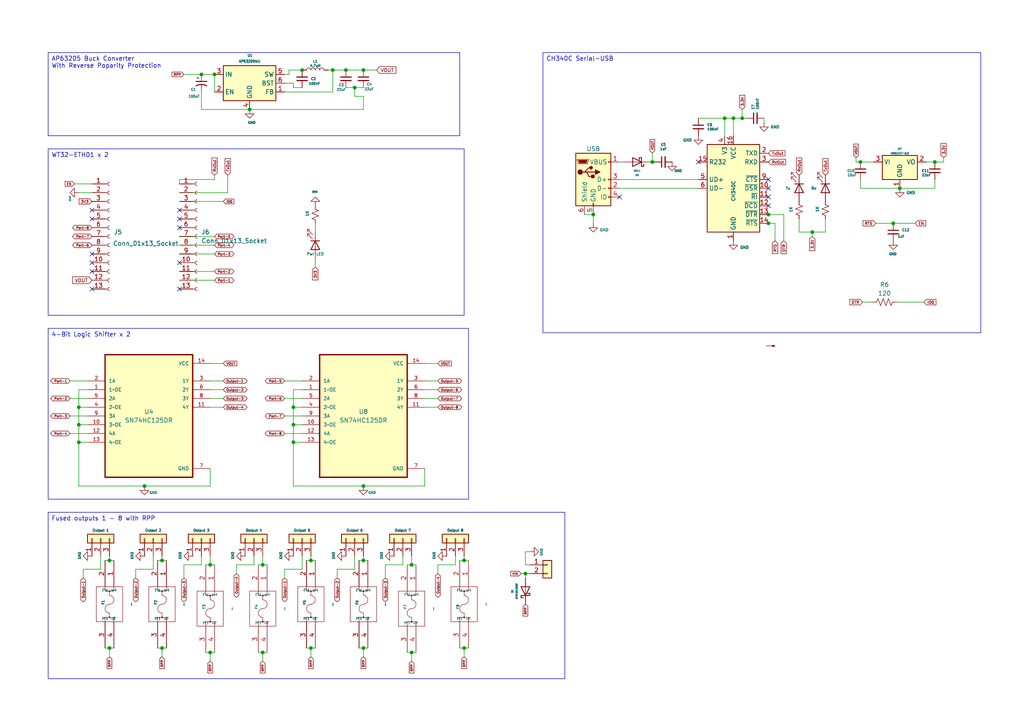
<source format=kicad_sch>
(kicad_sch (version 20231120) (generator "eeschema") (generator_version "8.0")
  (paper "A4")
  (title_block (title "8-Output WT32-ETH01 Combination Board") (date "2023-10-20") (rev "1") (company "Creative xLights"))
  (lib_symbols
    (symbol "Connector:Conn_01x13_Socket" (pin_names (offset 1.016) hide)
      (property "Reference" "J" (at 0 17.78 0))
      (property "Value" "Conn_01x13_Socket" (at 0 -17.78 0))
      (symbol "Conn_01x13_Socket_1_1"
        (pin passive line (at -5.08 15.24 0) (length 3.81) (name "Pin_1") (number "1"))
        (pin passive line (at -5.08 -7.62 0) (length 3.81) (name "Pin_10") (number "10"))
        (pin passive line (at -5.08 -10.16 0) (length 3.81) (name "Pin_11") (number "11"))
        (pin passive line (at -5.08 -12.7 0) (length 3.81) (name "Pin_12") (number "12"))
        (pin passive line (at -5.08 -15.24 0) (length 3.81) (name "Pin_13") (number "13"))
        (pin passive line (at -5.08 12.7 0) (length 3.81) (name "Pin_2") (number "2"))
        (pin passive line (at -5.08 10.16 0) (length 3.81) (name "Pin_3") (number "3"))
        (pin passive line (at -5.08 7.62 0) (length 3.81) (name "Pin_4") (number "4"))
        (pin passive line (at -5.08 5.08 0) (length 3.81) (name "Pin_5") (number "5"))
        (pin passive line (at -5.08 2.54 0) (length 3.81) (name "Pin_6") (number "6"))
        (pin passive line (at -5.08 0 0) (length 3.81) (name "Pin_7") (number "7"))
        (pin passive line (at -5.08 -2.54 0) (length 3.81) (name "Pin_8") (number "8"))
        (pin passive line (at -5.08 -5.08 0) (length 3.81) (name "Pin_9") (number "9"))
      )
    )
    (symbol "Connector:USB_B_Micro" (pin_names (offset 1.016))
      (property "Reference" "J" (at -5.08 11.43 0))
      (property "Value" "USB_B_Micro" (at -5.08 8.89 0))
      (symbol "USB_B_Micro_1_1"
        (pin power_out line (at 7.62 5.08 180) (length 2.54) (name "VBUS") (number "1"))
        (pin bidirectional line (at 7.62 -2.54 180) (length 2.54) (name "D-") (number "2"))
        (pin bidirectional line (at 7.62 0 180) (length 2.54) (name "D+") (number "3"))
        (pin passive line (at 7.62 -5.08 180) (length 2.54) (name "ID") (number "4"))
        (pin power_out line (at 0 -10.16 90) (length 2.54) (name "GND") (number "5"))
        (pin passive line (at -2.54 -10.16 90) (length 2.54) (name "Shield") (number "6"))
      )
    )
    (symbol "Connector_Generic:Conn_01x02" (pin_names (offset 1.016) hide)
      (property "Reference" "J" (at 0 2.54 0))
      (property "Value" "Conn_01x02" (at 0 -5.08 0))
      (symbol "Conn_01x02_1_1"
        (pin passive line (at -5.08 0 0) (length 3.81) (name "Pin_1") (number "1"))
        (pin passive line (at -5.08 -2.54 0) (length 3.81) (name "Pin_2") (number "2"))
      )
    )
    (symbol "Connector_Generic:Conn_01x03" (pin_names (offset 1.016) hide)
      (property "Reference" "J" (at 0 5.08 0))
      (property "Value" "Conn_01x03" (at 0 -5.08 0))
      (symbol "Conn_01x03_1_1"
        (pin passive line (at -5.08 2.54 0) (length 3.81) (name "Pin_1") (number "1"))
        (pin passive line (at -5.08 0 0) (length 3.81) (name "Pin_2") (number "2"))
        (pin passive line (at -5.08 -2.54 0) (length 3.81) (name "Pin_3") (number "3"))
      )
    )
    (symbol "Device:C_Polarized_Small_US" (pin_numbers hide) (pin_names (offset 0.254) hide)
      (property "Reference" "C" (at 0.254 1.778 0))
      (property "Value" "C_Polarized_Small_US" (at 0.254 -2.032 0))
      (symbol "C_Polarized_Small_US_1_1"
        (pin passive line (at 0 2.54 270) (length 2.032) (name "~") (number "1"))
        (pin passive line (at 0 -2.54 90) (length 2.032) (name "~") (number "2"))
      )
    )
    (symbol "Device:C_Small" (pin_numbers hide) (pin_names (offset 0.254) hide)
      (property "Reference" "C" (at 0.254 1.778 0))
      (property "Value" "C_Small" (at 0.254 -2.032 0))
      (symbol "C_Small_1_1"
        (pin passive line (at 0 2.54 270) (length 2.032) (name "~") (number "1"))
        (pin passive line (at 0 -2.54 90) (length 2.032) (name "~") (number "2"))
      )
    )
    (symbol "Device:L" (pin_numbers hide) (pin_names (offset 1.016) hide)
      (property "Reference" "L" (at -1.27 0 90))
      (property "Value" "L" (at 1.905 0 90))
      (symbol "L_1_1"
        (pin passive line (at 0 3.81 270) (length 1.27) (name "1") (number "1"))
        (pin passive line (at 0 -3.81 90) (length 1.27) (name "2") (number "2"))
      )
    )
    (symbol "Device:LED" (pin_numbers hide) (pin_names (offset 1.016) hide)
      (property "Reference" "D" (at 0 2.54 0))
      (property "Value" "LED" (at 0 -2.54 0))
      (symbol "LED_1_1"
        (pin passive line (at -3.81 0 0) (length 2.54) (name "K") (number "1"))
        (pin passive line (at 3.81 0 180) (length 2.54) (name "A") (number "2"))
      )
    )
    (symbol "Device:R_Small_US" (pin_numbers hide) (pin_names (offset 0.254) hide)
      (property "Reference" "R" (at 0.762 0.508 0))
      (property "Value" "R_Small_US" (at 0.762 -1.016 0))
      (symbol "R_Small_US_1_1"
        (pin passive line (at 0 2.54 270) (length 1.016) (name "~") (number "1"))
        (pin passive line (at 0 -2.54 90) (length 1.016) (name "~") (number "2"))
      )
    )
    (symbol "Device:R_US" (pin_numbers hide) (pin_names (offset 0))
      (property "Reference" "R" (at 2.54 0 90))
      (property "Value" "R_US" (at -2.54 0 90))
      (symbol "R_US_1_1"
        (pin passive line (at 0 3.81 270) (length 1.27) (name "~") (number "1"))
        (pin passive line (at 0 -3.81 90) (length 1.27) (name "~") (number "2"))
      )
    )
    (symbol "Diode:1N5711UR" (pin_numbers hide) (pin_names (offset 1.016) hide)
      (property "Reference" "D" (at 0 2.54 0))
      (property "Value" "1N5711UR" (at 0 -2.54 0))
      (symbol "1N5711UR_1_1"
        (pin passive line (at -3.81 0 0) (length 2.54) (name "K") (number "1"))
        (pin passive line (at 3.81 0 180) (length 2.54) (name "A") (number "2"))
      )
    )
    (symbol "Graphic:SYM_Arrow_Tiny" (in_bom no) (on_board no))
    (symbol "Interface_USB:CH340C"
      (property "Reference" "U" (at -5.08 13.97 0))
      (property "Value" "CH340C" (at 1.27 13.97 0))
      (symbol "CH340C_1_1"
        (pin power_in line (at 0 -15.24 90) (length 2.54) (name "GND") (number "1"))
        (pin input line (at 10.16 0 180) (length 2.54) (name "~{DSR}") (number "10"))
        (pin input line (at 10.16 -2.54 180) (length 2.54) (name "~{RI}") (number "11"))
        (pin input line (at 10.16 -5.08 180) (length 2.54) (name "~{DCD}") (number "12"))
        (pin output line (at 10.16 -7.62 180) (length 2.54) (name "~{DTR}") (number "13"))
        (pin output line (at 10.16 -10.16 180) (length 2.54) (name "~{RTS}") (number "14"))
        (pin input line (at -10.16 7.62 0) (length 2.54) (name "R232") (number "15"))
        (pin power_in line (at 0 15.24 270) (length 2.54) (name "VCC") (number "16"))
        (pin output line (at 10.16 10.16 180) (length 2.54) (name "TXD") (number "2"))
        (pin input line (at 10.16 7.62 180) (length 2.54) (name "RXD") (number "3"))
        (pin passive line (at -2.54 15.24 270) (length 2.54) (name "V3") (number "4"))
        (pin bidirectional line (at -10.16 2.54 0) (length 2.54) (name "UD+") (number "5"))
        (pin bidirectional line (at -10.16 0 0) (length 2.54) (name "UD-") (number "6"))
        (pin no_connect line (at -7.62 -7.62 0) (length 2.54) hide (name "NC") (number "7"))
        (pin no_connect line (at -7.62 -10.16 0) (length 2.54) hide (name "NC") (number "8"))
        (pin input line (at 10.16 2.54 180) (length 2.54) (name "~{CTS}") (number "9"))
      )
    )
    (symbol "Regulator_Linear:AMS1117-3.3"
      (property "Reference" "U" (at -3.81 3.175 0))
      (property "Value" "AMS1117-3.3" (at 0 3.175 0))
      (symbol "AMS1117-3.3_1_1"
        (pin power_in line (at 0 -7.62 90) (length 2.54) (name "GND") (number "1"))
        (pin power_out line (at 7.62 0 180) (length 2.54) (name "VO") (number "2"))
        (pin power_in line (at -7.62 0 0) (length 2.54) (name "VI") (number "3"))
      )
    )
    (symbol "Regulator_Switching:AP63205WU"
      (property "Reference" "U" (at -7.62 6.35 0))
      (property "Value" "AP63205WU" (at 2.54 6.35 0))
      (symbol "AP63205WU_1_1"
        (pin input line (at 10.16 -2.54 180) (length 2.54) (name "FB") (number "1"))
        (pin input line (at -10.16 -2.54 0) (length 2.54) (name "EN") (number "2"))
        (pin power_in line (at -10.16 2.54 0) (length 2.54) (name "IN") (number "3"))
        (pin power_in line (at 0 -7.62 90) (length 2.54) (name "GND") (number "4"))
        (pin output line (at 10.16 2.54 180) (length 2.54) (name "SW") (number "5"))
        (pin passive line (at 10.16 0 180) (length 2.54) (name "BST") (number "6"))
      )
    )
    (symbol "SN74HC125DR:SN74HC125DR" (pin_names (offset 1.016))
      (property "Reference" "U" (at -12.7 18.78 0))
      (property "Value" "SN74HC125DR" (at -12.7 -21.78 0))
      (symbol "SN74HC125DR_0_0"
        (pin input line (at -17.78 7.62 0) (length 5.08) (name "1~OE") (number "1"))
        (pin input line (at -17.78 -2.54 0) (length 5.08) (name "3~OE") (number "10"))
        (pin output line (at 17.78 2.54 180) (length 5.08) (name "4Y") (number "11"))
        (pin input line (at -17.78 -5.08 0) (length 5.08) (name "4A") (number "12"))
        (pin input line (at -17.78 -7.62 0) (length 5.08) (name "4~OE") (number "13"))
        (pin power_in line (at 17.78 15.24 180) (length 5.08) (name "VCC") (number "14"))
        (pin input line (at -17.78 10.16 0) (length 5.08) (name "1A") (number "2"))
        (pin output line (at 17.78 10.16 180) (length 5.08) (name "1Y") (number "3"))
        (pin input line (at -17.78 2.54 0) (length 5.08) (name "2~OE") (number "4"))
        (pin input line (at -17.78 5.08 0) (length 5.08) (name "2A") (number "5"))
        (pin output line (at 17.78 7.62 180) (length 5.08) (name "2Y") (number "6"))
        (pin power_in line (at 17.78 -15.24 180) (length 5.08) (name "GND") (number "7"))
        (pin output line (at 17.78 5.08 180) (length 5.08) (name "3Y") (number "8"))
        (pin input line (at -17.78 0 0) (length 5.08) (name "3A") (number "9"))
      )
    )
    (symbol "WT32-ETH-Fuse-Symb:MCCQ-122" (pin_names (offset 0.254))
      (property "Reference" "F" (at 12.7 7.62 0))
      (property "Value" "MCCQ-122" (at 12.7 5.08 0))
      (symbol "MCCQ-122_0_1"
        (pin unspecified line (at 0 0 0) (length 7.62) (name "1") (number "1"))
        (pin unspecified line (at 0 -2.54 0) (length 7.62) (name "2") (number "2"))
        (pin unspecified line (at 25.4 -2.54 180) (length 7.62) (name "3") (number "3"))
        (pin unspecified line (at 25.4 0 180) (length 7.62) (name "4") (number "4"))
      )
    )
    (symbol "power:GND" (power) (pin_names (offset 0))
      (property "Value" "GND" (at 0 -3.81 0))
      (symbol "GND_1_1"
        (pin power_in line (at 0 0 270) (length 0) hide (name "GND") (number "1"))
      )
    )
  )
  (junction (at 60.96 163.83))
  (junction (at 235.585 67.31))
  (junction (at 31.75 187.96))
  (junction (at 259.08 64.77))
  (junction (at 60.96 189.23))
  (junction (at 22.86 123.19))
  (junction (at 210.185 34.29))
  (junction (at 105.41 162.56))
  (junction (at 222.885 64.77))
  (junction (at 22.86 118.11))
  (junction (at 90.17 187.96))
  (junction (at 105.41 20.32))
  (junction (at 152.4 166.37))
  (junction (at 31.75 162.56))
  (junction (at 96.52 20.32))
  (junction (at 72.39 31.75))
  (junction (at 76.2 163.83))
  (junction (at 189.2035 46.99))
  (junction (at 46.99 162.56))
  (junction (at 62.23 21.59))
  (junction (at 85.09 128.27))
  (junction (at 249.555 46.99))
  (junction (at 46.99 187.96))
  (junction (at 172.085 62.23))
  (junction (at 85.09 118.11))
  (junction (at 105.41 187.96))
  (junction (at 85.09 123.19))
  (junction (at 41.91 140.97))
  (junction (at 58.42 21.59))
  (junction (at 134.62 187.96))
  (junction (at 90.17 162.56))
  (junction (at 212.725 34.29))
  (junction (at 222.885 62.23))
  (junction (at 87.63 20.32))
  (junction (at 76.2 189.23))
  (junction (at 215.265 34.29))
  (junction (at 102.87 25.4))
  (junction (at 260.985 54.61))
  (junction (at 105.41 140.97))
  (junction (at 119.38 163.83))
  (junction (at 22.86 128.27))
  (junction (at 119.38 189.23))
  (junction (at 100.33 20.32))
  (junction (at 134.62 162.56))
  (junction (at 271.145 46.99))
  (no_connect (at 26.67 63.5))
  (no_connect (at 26.67 73.66))
  (no_connect (at 52.07 66.04))
  (no_connect (at 52.07 76.2))
  (no_connect (at 179.705 57.15))
  (no_connect (at 26.67 76.2))
  (no_connect (at 202.565 46.99))
  (no_connect (at 222.885 57.15))
  (no_connect (at 52.07 83.82))
  (no_connect (at 52.07 63.5))
  (no_connect (at 26.67 60.96))
  (no_connect (at 222.885 54.61))
  (no_connect (at 26.67 83.82))
  (no_connect (at 222.885 52.07))
  (no_connect (at 52.07 60.96))
  (no_connect (at 26.67 78.74))
  (no_connect (at 222.885 59.69))
  (wire (pts (xy 82.55 24.13) (xy 85.09 24.13)))
  (wire (pts (xy 123.19 113.03) (xy 127 113.03)))
  (wire (pts (xy 85.09 24.13) (xy 85.09 25.4)))
  (wire (pts (xy 104.14 162.56) (xy 105.41 162.56)))
  (wire (pts (xy 45.72 187.96) (xy 46.99 187.96)))
  (wire (pts (xy 87.63 161.29) (xy 87.63 165.1)))
  (wire (pts (xy 39.37 165.1) (xy 39.37 167.64)))
  (wire (pts (xy 91.44 74.93) (xy 91.44 77.47)))
  (wire (pts (xy 85.09 118.11) (xy 85.09 123.19)))
  (wire (pts (xy 82.55 165.1) (xy 82.55 167.64)))
  (wire (pts (xy 90.17 187.96) (xy 90.17 190.5)))
  (wire (pts (xy 104.14 187.96) (xy 105.41 187.96)))
  (wire (pts (xy 179.705 46.99) (xy 180.975 46.99)))
  (wire (pts (xy 90.17 161.29) (xy 90.17 162.56)))
  (wire (pts (xy 22.86 123.19) (xy 25.4 123.19)))
  (wire (pts (xy 222.885 62.23) (xy 227.33 62.23)))
  (wire (pts (xy 134.62 162.56) (xy 135.89 162.56)))
  (wire (pts (xy 172.085 62.23) (xy 169.545 62.23)))
  (wire (pts (xy 123.19 105.41) (xy 127 105.41)))
  (wire (pts (xy 76.2 189.23) (xy 76.2 191.77)))
  (wire (pts (xy 60.96 110.49) (xy 64.77 110.49)))
  (wire (pts (xy 260.35 87.63) (xy 267.97 87.63)))
  (wire (pts (xy 221.615 34.29) (xy 221.615 35.56)))
  (wire (pts (xy 134.62 187.96) (xy 135.89 187.96)))
  (wire (pts (xy 105.41 187.96) (xy 105.41 190.5)))
  (wire (pts (xy 102.87 25.4) (xy 105.41 25.4)))
  (wire (pts (xy 87.63 165.1) (xy 82.55 165.1)))
  (wire (pts (xy 85.09 123.19) (xy 87.63 123.19)))
  (wire (pts (xy 46.99 187.96) (xy 46.99 190.5)))
  (wire (pts (xy 60.96 135.89) (xy 60.96 140.97)))
  (wire (pts (xy 102.87 165.1) (xy 97.79 165.1)))
  (wire (pts (xy 52.07 55.88) (xy 66.04 55.88)))
  (wire (pts (xy 53.34 163.83) (xy 53.34 167.64)))
  (wire (pts (xy 105.41 20.32) (xy 109.22 20.32)))
  (wire (pts (xy 210.185 34.29) (xy 210.185 39.37)))
  (wire (pts (xy 52.07 81.28) (xy 62.23 81.28)))
  (wire (pts (xy 179.705 52.07) (xy 202.565 52.07)))
  (wire (pts (xy 118.11 189.23) (xy 119.38 189.23)))
  (wire (pts (xy 123.19 135.89) (xy 123.19 140.97)))
  (wire (pts (xy 26.67 55.88) (xy 22.86 55.88)))
  (wire (pts (xy 105.41 162.56) (xy 106.68 162.56)))
  (wire (pts (xy 215.265 34.29) (xy 216.535 34.29)))
  (wire (pts (xy 82.55 115.57) (xy 87.63 115.57)))
  (wire (pts (xy 66.04 50.8) (xy 66.04 55.88)))
  (wire (pts (xy 96.52 20.32) (xy 100.33 20.32)))
  (wire (pts (xy 235.585 67.31) (xy 235.585 68.58)))
  (wire (pts (xy 105.41 161.29) (xy 105.41 162.56)))
  (wire (pts (xy 249.555 46.99) (xy 253.365 46.99)))
  (wire (pts (xy 82.55 125.73) (xy 87.63 125.73)))
  (wire (pts (xy 60.96 118.11) (xy 64.77 118.11)))
  (wire (pts (xy 53.34 21.59) (xy 58.42 21.59)))
  (wire (pts (xy 212.725 39.37) (xy 212.725 34.29)))
  (wire (pts (xy 105.41 140.97) (xy 123.19 140.97)))
  (wire (pts (xy 72.39 31.75) (xy 105.41 31.75)))
  (wire (pts (xy 102.87 161.29) (xy 102.87 165.1)))
  (wire (pts (xy 271.145 46.99) (xy 273.685 46.99)))
  (wire (pts (xy 58.42 26.67) (xy 58.42 31.75)))
  (wire (pts (xy 91.44 64.77) (xy 91.44 67.31)))
  (wire (pts (xy 22.86 128.27) (xy 25.4 128.27)))
  (wire (pts (xy 60.96 189.23) (xy 60.96 191.77)))
  (wire (pts (xy 224.79 64.77) (xy 224.79 69.85)))
  (wire (pts (xy 85.09 128.27) (xy 87.63 128.27)))
  (wire (pts (xy 52.07 68.58) (xy 62.23 68.58)))
  (wire (pts (xy 60.96 105.41) (xy 64.77 105.41)))
  (wire (pts (xy 123.19 115.57) (xy 127 115.57)))
  (wire (pts (xy 22.86 113.03) (xy 22.86 118.11)))
  (wire (pts (xy 227.33 62.23) (xy 227.33 69.85)))
  (wire (pts (xy 133.35 187.96) (xy 134.62 187.96)))
  (wire (pts (xy 260.985 54.61) (xy 271.145 54.61)))
  (wire (pts (xy 119.38 189.23) (xy 119.38 191.77)))
  (wire (pts (xy 152.4 163.83) (xy 153.67 163.83)))
  (wire (pts (xy 85.09 118.11) (xy 87.63 118.11)))
  (wire (pts (xy 74.93 163.83) (xy 76.2 163.83)))
  (wire (pts (xy 127 163.83) (xy 127 166.37)))
  (wire (pts (xy 46.99 162.56) (xy 48.26 162.56)))
  (wire (pts (xy 20.32 110.49) (xy 25.4 110.49)))
  (wire (pts (xy 90.17 187.96) (xy 91.44 187.96)))
  (wire (pts (xy 231.775 63.5) (xy 231.775 67.31)))
  (wire (pts (xy 100.33 25.4) (xy 102.87 25.4)))
  (wire (pts (xy 132.08 161.29) (xy 132.08 163.83)))
  (wire (pts (xy 151.13 166.37) (xy 152.4 166.37)))
  (wire (pts (xy 83.82 21.59) (xy 83.82 20.32)))
  (wire (pts (xy 58.42 163.83) (xy 53.34 163.83)))
  (wire (pts (xy 20.32 120.65) (xy 25.4 120.65)))
  (wire (pts (xy 24.13 165.1) (xy 24.13 167.64)))
  (wire (pts (xy 85.09 113.03) (xy 85.09 118.11)))
  (wire (pts (xy 90.17 162.56) (xy 91.44 162.56)))
  (wire (pts (xy 189.2035 46.99) (xy 189.865 46.99)))
  (wire (pts (xy 152.4 167.64) (xy 152.4 166.37)))
  (wire (pts (xy 102.87 27.94) (xy 105.41 27.94)))
  (wire (pts (xy 62.23 52.07) (xy 62.23 50.8)))
  (wire (pts (xy 76.2 161.29) (xy 76.2 163.83)))
  (wire (pts (xy 30.48 162.56) (xy 31.75 162.56)))
  (wire (pts (xy 82.55 26.67) (xy 96.52 26.67)))
  (wire (pts (xy 82.55 120.65) (xy 87.63 120.65)))
  (wire (pts (xy 87.63 113.03) (xy 85.09 113.03)))
  (wire (pts (xy 152.4 163.83) (xy 152.4 160.02)))
  (wire (pts (xy 119.38 163.83) (xy 120.65 163.83)))
  (wire (pts (xy 68.58 163.83) (xy 68.58 166.37)))
  (wire (pts (xy 105.41 31.75) (xy 105.41 27.94)))
  (wire (pts (xy 85.09 128.27) (xy 85.09 140.97)))
  (wire (pts (xy 235.585 67.31) (xy 239.395 67.31)))
  (wire (pts (xy 82.55 21.59) (xy 83.82 21.59)))
  (wire (pts (xy 271.145 54.61) (xy 271.145 52.07)))
  (wire (pts (xy 95.25 20.32) (xy 96.52 20.32)))
  (wire (pts (xy 123.19 118.11) (xy 127 118.11)))
  (wire (pts (xy 74.93 189.23) (xy 76.2 189.23)))
  (wire (pts (xy 60.96 163.83) (xy 62.23 163.83)))
  (wire (pts (xy 76.2 163.83) (xy 77.47 163.83)))
  (wire (pts (xy 52.07 71.12) (xy 62.23 71.12)))
  (wire (pts (xy 152.4 166.37) (xy 153.67 166.37)))
  (wire (pts (xy 100.33 20.32) (xy 105.41 20.32)))
  (wire (pts (xy 188.595 46.99) (xy 189.2035 46.99)))
  (wire (pts (xy 58.42 21.59) (xy 62.23 21.59)))
  (wire (pts (xy 231.775 67.31) (xy 235.585 67.31)))
  (wire (pts (xy 239.395 67.31) (xy 239.395 63.5)))
  (wire (pts (xy 212.725 34.29) (xy 215.265 34.29)))
  (wire (pts (xy 97.79 165.1) (xy 97.79 167.64)))
  (wire (pts (xy 111.76 163.83) (xy 111.76 167.64)))
  (wire (pts (xy 132.08 163.83) (xy 127 163.83)))
  (wire (pts (xy 31.75 187.96) (xy 33.02 187.96)))
  (wire (pts (xy 82.55 110.49) (xy 87.63 110.49)))
  (wire (pts (xy 44.45 165.1) (xy 39.37 165.1)))
  (wire (pts (xy 29.21 161.29) (xy 29.21 165.1)))
  (wire (pts (xy 59.69 189.23) (xy 60.96 189.23)))
  (wire (pts (xy 52.07 58.42) (xy 64.77 58.42)))
  (wire (pts (xy 222.25 64.77) (xy 222.885 64.77)))
  (wire (pts (xy 249.555 52.07) (xy 249.555 54.61)))
  (wire (pts (xy 268.605 46.99) (xy 271.145 46.99)))
  (wire (pts (xy 85.09 25.4) (xy 87.63 25.4)))
  (wire (pts (xy 31.75 162.56) (xy 33.02 162.56)))
  (wire (pts (xy 215.265 31.75) (xy 215.265 34.29)))
  (wire (pts (xy 52.07 52.07) (xy 52.07 53.34)))
  (wire (pts (xy 76.2 189.23) (xy 77.47 189.23)))
  (wire (pts (xy 273.685 45.72) (xy 273.685 46.99)))
  (wire (pts (xy 20.32 125.73) (xy 25.4 125.73)))
  (wire (pts (xy 45.72 162.56) (xy 46.99 162.56)))
  (wire (pts (xy 52.07 73.66) (xy 62.23 73.66)))
  (wire (pts (xy 46.99 161.29) (xy 46.99 162.56)))
  (wire (pts (xy 60.96 161.29) (xy 60.96 163.83)))
  (wire (pts (xy 85.09 140.97) (xy 105.41 140.97)))
  (wire (pts (xy 119.38 161.29) (xy 119.38 163.83)))
  (wire (pts (xy 60.96 113.03) (xy 64.77 113.03)))
  (wire (pts (xy 58.42 161.29) (xy 58.42 163.83)))
  (wire (pts (xy 41.91 140.97) (xy 22.86 140.97)))
  (wire (pts (xy 88.9 187.96) (xy 90.17 187.96)))
  (wire (pts (xy 254 64.77) (xy 259.08 64.77)))
  (wire (pts (xy 222.885 64.77) (xy 224.79 64.77)))
  (wire (pts (xy 152.4 160.02) (xy 153.67 160.02)))
  (wire (pts (xy 21.59 53.34) (xy 26.67 53.34)))
  (wire (pts (xy 59.69 163.83) (xy 60.96 163.83)))
  (wire (pts (xy 58.42 31.75) (xy 72.39 31.75)))
  (wire (pts (xy 179.705 54.61) (xy 202.565 54.61)))
  (wire (pts (xy 259.08 64.77) (xy 265.43 64.77)))
  (wire (pts (xy 248.285 46.99) (xy 249.555 46.99)))
  (wire (pts (xy 249.555 54.61) (xy 260.985 54.61)))
  (wire (pts (xy 44.45 161.29) (xy 44.45 165.1)))
  (wire (pts (xy 22.86 128.27) (xy 22.86 140.97)))
  (wire (pts (xy 105.41 187.96) (xy 106.68 187.96)))
  (wire (pts (xy 46.99 187.96) (xy 48.26 187.96)))
  (wire (pts (xy 118.11 163.83) (xy 119.38 163.83)))
  (wire (pts (xy 119.38 189.23) (xy 120.65 189.23)))
  (wire (pts (xy 250.19 87.63) (xy 252.73 87.63)))
  (wire (pts (xy 202.565 34.29) (xy 210.185 34.29)))
  (wire (pts (xy 62.23 21.59) (xy 62.23 26.67)))
  (wire (pts (xy 25.4 113.03) (xy 22.86 113.03)))
  (wire (pts (xy 116.84 163.83) (xy 111.76 163.83)))
  (wire (pts (xy 83.82 20.32) (xy 87.63 20.32)))
  (wire (pts (xy 22.86 123.19) (xy 22.86 128.27)))
  (wire (pts (xy 96.52 26.67) (xy 96.52 20.32)))
  (wire (pts (xy 29.21 165.1) (xy 24.13 165.1)))
  (wire (pts (xy 123.19 110.49) (xy 127 110.49)))
  (wire (pts (xy 22.86 118.11) (xy 25.4 118.11)))
  (wire (pts (xy 189.2035 44.3664) (xy 189.2035 46.99)))
  (wire (pts (xy 134.62 187.96) (xy 134.62 190.5)))
  (wire (pts (xy 31.75 161.29) (xy 31.75 162.56)))
  (wire (pts (xy 210.185 34.29) (xy 212.725 34.29)))
  (wire (pts (xy 88.9 162.56) (xy 90.17 162.56)))
  (wire (pts (xy 22.86 118.11) (xy 22.86 123.19)))
  (wire (pts (xy 31.75 187.96) (xy 31.75 190.5)))
  (wire (pts (xy 85.09 123.19) (xy 85.09 128.27)))
  (wire (pts (xy 134.62 161.29) (xy 134.62 162.56)))
  (wire (pts (xy 116.84 161.29) (xy 116.84 163.83)))
  (wire (pts (xy 52.07 52.07) (xy 62.23 52.07)))
  (wire (pts (xy 73.66 161.29) (xy 73.66 163.83)))
  (wire (pts (xy 133.35 162.56) (xy 134.62 162.56)))
  (wire (pts (xy 60.96 189.23) (xy 62.23 189.23)))
  (wire (pts (xy 60.96 115.57) (xy 64.77 115.57)))
  (wire (pts (xy 102.87 27.94) (xy 102.87 25.4)))
  (wire (pts (xy 73.66 163.83) (xy 68.58 163.83)))
  (wire (pts (xy 60.96 140.97) (xy 41.91 140.97)))
  (wire (pts (xy 248.285 45.72) (xy 248.285 46.99)))
  (wire (pts (xy 20.32 115.57) (xy 25.4 115.57)))
  (wire (pts (xy 52.07 78.74) (xy 62.23 78.74)))
  (wire (pts (xy 30.48 187.96) (xy 31.75 187.96)))
  (wire (pts (xy 222.25 62.23) (xy 222.885 62.23)))
  (wire (pts (xy 172.085 64.77) (xy 172.085 62.23)))
  (text_box "AP63205 Buck Converter\nWith Reverse Poparity Protection" (at 13.97 15.24 0) (size 119.38 24.13) (effects (font (size 1.27 1.27)) (justify left top)))
  (text_box "4-Bit Logic Shifter x 2" (at 13.97 95.25 0) (size 121.92 49.53) (effects (font (size 1.27 1.27)) (justify left top)))
  (text_box "CH340C Serial-USB" (at 157.48 15.24 0) (size 127 81.28) (effects (font (size 1.27 1.27)) (justify left top)))
  (text_box "WT32-ETH01 x 2" (at 13.97 43.18 0) (size 120.65 48.26) (effects (font (size 1.27 1.27)) (justify left top)))
  (text_box "Fused outputs 1 - 8 with RPP" (at 13.97 148.59 0) (size 149.86 48.26) (effects (font (size 1.27 1.27)) (justify left top)))
  (global_label "RTS" (shape input) (at 224.79 69.85 270) (effects (font (size 0.8 0.8))) (property "Intersheetrefs" "${INTERSHEET_REFS}" (effects (hide yes))))
  (global_label "Port-8" (shape bidirectional) (at 26.67 66.04 180) (effects (font (size 0.7 0.7))) (property "Intersheetrefs" "${INTERSHEET_REFS}" (effects (hide yes))))
  (global_label "Port-5" (shape bidirectional) (at 62.23 68.58 0) (effects (font (size 0.7 0.7))) (property "Intersheetrefs" "${INTERSHEET_REFS}" (effects (hide yes))))
  (global_label "3V3" (shape input) (at 26.67 58.42 180) (effects (font (size 0.8 0.8))) (property "Intersheetrefs" "${INTERSHEET_REFS}" (effects (hide yes))))
  (global_label "Port-7" (shape bidirectional) (at 26.67 68.58 180) (effects (font (size 0.7 0.7))) (property "Intersheetrefs" "${INTERSHEET_REFS}" (effects (hide yes))))
  (global_label "Port-3" (shape bidirectional) (at 20.32 120.65 180) (effects (font (size 0.7 0.7))) (property "Intersheetrefs" "${INTERSHEET_REFS}" (effects (hide yes))))
  (global_label "Port-3" (shape bidirectional) (at 62.23 73.66 0) (effects (font (size 0.7 0.7))) (property "Intersheetrefs" "${INTERSHEET_REFS}" (effects (hide yes))))
  (global_label "Port-6" (shape bidirectional) (at 26.67 71.12 180) (effects (font (size 0.7 0.7))) (property "Intersheetrefs" "${INTERSHEET_REFS}" (effects (hide yes))))
  (global_label "Port-4" (shape bidirectional) (at 20.32 125.73 180) (effects (font (size 0.7 0.7))) (property "Intersheetrefs" "${INTERSHEET_REFS}" (effects (hide yes))))
  (global_label "TxOut" (shape input) (at 222.885 44.45 0) (effects (font (size 0.8 0.8))) (property "Intersheetrefs" "${INTERSHEET_REFS}" (effects (hide yes))))
  (global_label "Output-7" (shape bidirectional) (at 127 115.57 0) (effects (font (size 0.7 0.7))) (property "Intersheetrefs" "${INTERSHEET_REFS}" (effects (hide yes))))
  (global_label "DTR" (shape input) (at 227.33 69.85 270) (effects (font (size 0.8 0.8))) (property "Intersheetrefs" "${INTERSHEET_REFS}" (effects (hide yes))))
  (global_label "RPP" (shape input) (at 53.34 21.59 180) (effects (font (size 0.7 0.7))) (property "Intersheetrefs" "${INTERSHEET_REFS}" (effects (hide yes))))
  (global_label "Output-5" (shape bidirectional) (at 127 110.49 0) (effects (font (size 0.7 0.7))) (property "Intersheetrefs" "${INTERSHEET_REFS}" (effects (hide yes))))
  (global_label "EN" (shape input) (at 21.59 53.34 180) (effects (font (size 0.7 0.7))) (property "Intersheetrefs" "${INTERSHEET_REFS}" (effects (hide yes))))
  (global_label "Port-2" (shape bidirectional) (at 62.23 78.74 0) (effects (font (size 0.7 0.7))) (property "Intersheetrefs" "${INTERSHEET_REFS}" (effects (hide yes))))
  (global_label "Port-2" (shape bidirectional) (at 20.32 115.57 180) (effects (font (size 0.7 0.7))) (property "Intersheetrefs" "${INTERSHEET_REFS}" (effects (hide yes))))
  (global_label "Output-4" (shape bidirectional) (at 127 166.37 270) (effects (font (size 0.7 0.7))) (property "Intersheetrefs" "${INTERSHEET_REFS}" (effects (hide yes))))
  (global_label "Output-1" (shape bidirectional) (at 82.55 167.64 270) (effects (font (size 0.7 0.7))) (property "Intersheetrefs" "${INTERSHEET_REFS}" (effects (hide yes))))
  (global_label "Output-2" (shape bidirectional) (at 39.37 167.64 270) (effects (font (size 0.7 0.7))) (property "Intersheetrefs" "${INTERSHEET_REFS}" (effects (hide yes))))
  (global_label "VOUT" (shape input) (at 26.67 81.28 180) (effects (font (size 1 1))) (property "Intersheetrefs" "${INTERSHEET_REFS}" (effects (hide yes))))
  (global_label "RTS" (shape input) (at 254 64.77 180) (effects (font (size 0.8 0.8))) (property "Intersheetrefs" "${INTERSHEET_REFS}" (effects (hide yes))))
  (global_label "RPP" (shape input) (at 105.41 190.5 270) (effects (font (size 0.7 0.7))) (property "Intersheetrefs" "${INTERSHEET_REFS}" (effects (hide yes))))
  (global_label "Output-3" (shape bidirectional) (at 111.76 167.64 270) (effects (font (size 0.7 0.7))) (property "Intersheetrefs" "${INTERSHEET_REFS}" (effects (hide yes))))
  (global_label "3V3" (shape input) (at 91.44 77.47 270) (effects (font (size 0.8 0.8))) (property "Intersheetrefs" "${INTERSHEET_REFS}" (effects (hide yes))))
  (global_label "VOUT" (shape input) (at 248.285 45.72 90) (effects (font (size 0.7 0.7))) (property "Intersheetrefs" "${INTERSHEET_REFS}" (effects (hide yes))))
  (global_label "Output-6" (shape bidirectional) (at 127 113.03 0) (effects (font (size 0.7 0.7))) (property "Intersheetrefs" "${INTERSHEET_REFS}" (effects (hide yes))))
  (global_label "IO0" (shape input) (at 267.97 87.63 0) (effects (font (size 0.8 0.8))) (property "Intersheetrefs" "${INTERSHEET_REFS}" (effects (hide yes))))
  (global_label "RPP" (shape input) (at 31.75 190.5 270) (effects (font (size 0.7 0.7))) (property "Intersheetrefs" "${INTERSHEET_REFS}" (effects (hide yes))))
  (global_label "Output-3" (shape bidirectional) (at 53.34 167.64 270) (effects (font (size 0.7 0.7))) (property "Intersheetrefs" "${INTERSHEET_REFS}" (effects (hide yes))))
  (global_label "Port-7" (shape bidirectional) (at 82.55 120.65 180) (effects (font (size 0.7 0.7))) (property "Intersheetrefs" "${INTERSHEET_REFS}" (effects (hide yes))))
  (global_label "VOUT" (shape input) (at 189.2035 44.3664 90) (effects (font (size 0.7 0.7))) (property "Intersheetrefs" "${INTERSHEET_REFS}" (effects (hide yes))))
  (global_label "RPP" (shape input) (at 60.96 191.77 270) (effects (font (size 0.7 0.7))) (property "Intersheetrefs" "${INTERSHEET_REFS}" (effects (hide yes))))
  (global_label "TxOut" (shape input) (at 239.395 50.8 90) (effects (font (size 0.8 0.8))) (property "Intersheetrefs" "${INTERSHEET_REFS}" (effects (hide yes))))
  (global_label "RPP" (shape input) (at 119.38 191.77 270) (effects (font (size 0.7 0.7))) (property "Intersheetrefs" "${INTERSHEET_REFS}" (effects (hide yes))))
  (global_label "VIN" (shape input) (at 151.13 166.37 180) (effects (font (size 0.7 0.7))) (property "Intersheetrefs" "${INTERSHEET_REFS}" (effects (hide yes))))
  (global_label "RxOut" (shape input) (at 231.775 50.8 90) (effects (font (size 0.8 0.8))) (property "Intersheetrefs" "${INTERSHEET_REFS}" (effects (hide yes))))
  (global_label "TxOut" (shape input) (at 66.04 50.8 90) (effects (font (size 0.8 0.8))) (property "Intersheetrefs" "${INTERSHEET_REFS}" (effects (hide yes))))
  (global_label "RPP" (shape input) (at 76.2 191.77 270) (effects (font (size 0.7 0.7))) (property "Intersheetrefs" "${INTERSHEET_REFS}" (effects (hide yes))))
  (global_label "VOUT" (shape input) (at 127 105.41 0) (effects (font (size 0.7 0.7))) (property "Intersheetrefs" "${INTERSHEET_REFS}" (effects (hide yes))))
  (global_label "Port-4" (shape bidirectional) (at 62.23 71.12 0) (effects (font (size 0.7 0.7))) (property "Intersheetrefs" "${INTERSHEET_REFS}" (effects (hide yes))))
  (global_label "Output-1" (shape bidirectional) (at 64.77 110.49 0) (effects (font (size 0.7 0.7))) (property "Intersheetrefs" "${INTERSHEET_REFS}" (effects (hide yes))))
  (global_label "RPP" (shape input) (at 90.17 190.5 270) (effects (font (size 0.7 0.7))) (property "Intersheetrefs" "${INTERSHEET_REFS}" (effects (hide yes))))
  (global_label "Output-4" (shape bidirectional) (at 64.77 118.11 0) (effects (font (size 0.7 0.7))) (property "Intersheetrefs" "${INTERSHEET_REFS}" (effects (hide yes))))
  (global_label "VOUT" (shape input) (at 64.77 105.41 0) (effects (font (size 0.7 0.7))) (property "Intersheetrefs" "${INTERSHEET_REFS}" (effects (hide yes))))
  (global_label "Output-8" (shape bidirectional) (at 127 118.11 0) (effects (font (size 0.7 0.7))) (property "Intersheetrefs" "${INTERSHEET_REFS}" (effects (hide yes))))
  (global_label "RPP" (shape input) (at 134.62 190.5 270) (effects (font (size 0.7 0.7))) (property "Intersheetrefs" "${INTERSHEET_REFS}" (effects (hide yes))))
  (global_label "Port-1" (shape bidirectional) (at 20.32 110.49 180) (effects (font (size 0.7 0.7))) (property "Intersheetrefs" "${INTERSHEET_REFS}" (effects (hide yes))))
  (global_label "Output-2" (shape bidirectional) (at 97.79 167.64 270) (effects (font (size 0.7 0.7))) (property "Intersheetrefs" "${INTERSHEET_REFS}" (effects (hide yes))))
  (global_label "Port-6" (shape bidirectional) (at 82.55 115.57 180) (effects (font (size 0.7 0.7))) (property "Intersheetrefs" "${INTERSHEET_REFS}" (effects (hide yes))))
  (global_label "Output-2" (shape bidirectional) (at 64.77 113.03 0) (effects (font (size 0.7 0.7))) (property "Intersheetrefs" "${INTERSHEET_REFS}" (effects (hide yes))))
  (global_label "RPP" (shape input) (at 46.99 190.5 270) (effects (font (size 0.7 0.7))) (property "Intersheetrefs" "${INTERSHEET_REFS}" (effects (hide yes))))
  (global_label "Output-1" (shape bidirectional) (at 24.13 167.64 270) (effects (font (size 0.7 0.7))) (property "Intersheetrefs" "${INTERSHEET_REFS}" (effects (hide yes))))
  (global_label "EN" (shape input) (at 265.43 64.77 0) (effects (font (size 0.8 0.8))) (property "Intersheetrefs" "${INTERSHEET_REFS}" (effects (hide yes))))
  (global_label "Output-4" (shape bidirectional) (at 68.58 166.37 270) (effects (font (size 0.7 0.7))) (property "Intersheetrefs" "${INTERSHEET_REFS}" (effects (hide yes))))
  (global_label "RxOut" (shape input) (at 222.885 46.99 0) (effects (font (size 0.8 0.8))) (property "Intersheetrefs" "${INTERSHEET_REFS}" (effects (hide yes))))
  (global_label "RPP" (shape input) (at 152.4 175.26 270) (effects (font (size 0.7 0.7))) (property "Intersheetrefs" "${INTERSHEET_REFS}" (effects (hide yes))))
  (global_label "Port-8" (shape bidirectional) (at 82.55 125.73 180) (effects (font (size 0.7 0.7))) (property "Intersheetrefs" "${INTERSHEET_REFS}" (effects (hide yes))))
  (global_label "Port-5" (shape bidirectional) (at 82.55 110.49 180) (effects (font (size 0.7 0.7))) (property "Intersheetrefs" "${INTERSHEET_REFS}" (effects (hide yes))))
  (global_label "IO0" (shape input) (at 64.77 58.42 0) (effects (font (size 0.7 0.7))) (property "Intersheetrefs" "${INTERSHEET_REFS}" (effects (hide yes))))
  (global_label "VOUT" (shape input) (at 109.22 20.32 0) (effects (font (size 1 1))) (property "Intersheetrefs" "${INTERSHEET_REFS}" (effects (hide yes))))
  (global_label "3.3V" (shape input) (at 215.265 31.75 90) (effects (font (size 0.8 0.8))) (property "Intersheetrefs" "${INTERSHEET_REFS}" (effects (hide yes))))
  (global_label "3.3V" (shape input) (at 235.585 68.58 270) (effects (font (size 0.8 0.8))) (property "Intersheetrefs" "${INTERSHEET_REFS}" (effects (hide yes))))
  (global_label "Port-1" (shape bidirectional) (at 62.23 81.28 0) (effects (font (size 0.7 0.7))) (property "Intersheetrefs" "${INTERSHEET_REFS}" (effects (hide yes))))
  (global_label "DTR" (shape input) (at 250.19 87.63 180) (effects (font (size 0.8 0.8))) (property "Intersheetrefs" "${INTERSHEET_REFS}" (effects (hide yes))))
  (global_label "3.3V" (shape input) (at 273.685 45.72 90) (effects (font (size 0.8 0.8))) (property "Intersheetrefs" "${INTERSHEET_REFS}" (effects (hide yes))))
  (global_label "Output-3" (shape bidirectional) (at 64.77 115.57 0) (effects (font (size 0.7 0.7))) (property "Intersheetrefs" "${INTERSHEET_REFS}" (effects (hide yes))))
  (global_label "RxOut" (shape input) (at 62.23 50.8 90) (effects (font (size 0.8 0.8))) (property "Intersheetrefs" "${INTERSHEET_REFS}" (effects (hide yes))))
  (symbol (lib_id "Regulator_Linear:AMS1117-3.3") (at 260.985 46.99 0) (unit 1)
    (property "Reference" "U7" (at 260.985 43.18 0) (effects (font (size 0.5 0.5))))
    (property "Value" "AMS1117-3.3" (at 260.985 44.45 0) (effects (font (size 0.5 0.5))))
    (property "Footprint" "Package_TO_SOT_SMD:SOT-223-3_TabPin2" (effects (hide yes)))
    (property "Datasheet" "http://www.advanced-monolithic.com/pdf/ds1117.pdf" (effects (hide yes)))
  )
  (symbol (lib_id "WT32-ETH-Fuse-Symb:MCCQ-122") (at 120.65 163.83 270) (unit 1)
    (property "Reference" "F7" (at 117.56 175.9854 0) (effects (font (size 0.7 0.7))))
    (property "Value" "~" (at 125.73 176.53 0) (effects (font (size 1.524 1.524))))
    (property "Footprint" "WT32-ETH-Fuse-Holder:MCCQ-122_MTC" (effects (hide yes)))
    (property "Datasheet" "MCCQ-122" (effects (hide yes)))
  )
  (symbol (lib_id "Device:C_Small") (at 271.145 49.53 0) (unit 1)
    (property "Reference" "C11" (at 267.335 49.53 0) (effects (font (size 0.7 0.7)) (justify left)))
    (property "Value" "22uF" (at 267.335 50.8 0) (effects (font (size 0.7 0.7)) (justify left)))
    (property "Footprint" "Capacitor_SMD:C_0805_2012Metric_Pad1.18x1.45mm_HandSolder" (effects (hide yes)))
  )
  (symbol (lib_id "Diode:1N5711UR") (at 152.4 171.45 90) (unit 1)
    (property "Reference" "D1" (at 148.59 171.45 0) (effects (font (size 0.5 0.5))))
    (property "Value" "STR10100BF" (at 149.86 171.45 0) (effects (font (size 0.5 0.5))))
    (property "Footprint" "Diode_SMD:D_SMB_Handsoldering" (effects (hide yes)))
    (property "Datasheet" "https://www.microsemi.com/document-portal/doc_download/131890-lds-0040-1-datasheet" (effects (hide yes)))
  )
  (symbol (lib_id "power:GND") (at 85.09 161.29 270) (unit 1)
    (property "Reference" "#PWR022" (effects (hide yes)))
    (property "Value" "GND" (at 81.4827 162.239 0) (effects (font (size 0.7 0.7)) (justify right)))
  )
  (symbol (lib_id "Connector:USB_B_Micro") (at 172.085 52.07 0) (unit 1)
    (property "Reference" "J2" (effects (hide yes)))
    (property "Value" "USB" (at 172.085 43.18 0))
    (property "Footprint" "MicroUSB:USB_Micro-B_Unknown_5s_SMT" (effects (hide yes)))
  )
  (symbol (lib_id "Interface_USB:CH340C") (at 212.725 54.61 0) (unit 1)
    (property "Reference" "U5" (effects (hide yes)))
    (property "Value" "CH340C" (at 212.725 58.42 90) (effects (font (size 1 1)) (justify left)))
    (property "Footprint" "Package_SO:SOP-16_3.9x9.9mm_P1.27mm" (effects (hide yes)))
    (property "Datasheet" "https://datasheet.lcsc.com/szlcsc/Jiangsu-Qin-Heng-CH340C_C84681.pdf" (effects (hide yes)))
  )
  (symbol (lib_id "Connector_Generic:Conn_01x03") (at 116.84 156.21 90) (unit 1)
    (property "Reference" "JST7" (effects (hide yes)))
    (property "Value" "Output 7" (at 119.2057 153.8221 90) (effects (font (size 0.7 0.7)) (justify left)))
    (property "Footprint" "TerminalBlock_Phoenix:TerminalBlock_Phoenix_MKDS-1,5-3-5.08_1x03_P5.08mm_Horizontal" (effects (hide yes)))
  )
  (symbol (lib_id "power:GND") (at 72.39 31.75 0) (unit 1)
    (property "Reference" "#PWR01" (effects (hide yes)))
    (property "Value" "GND" (at 73.025 35.56 0) (effects (font (size 0.7 0.7))))
  )
  (symbol (lib_id "power:GND") (at 259.08 69.85 0) (unit 1)
    (property "Reference" "#PWR07" (effects (hide yes)))
    (property "Value" "GND" (at 257.81 73.66 0) (effects (font (size 0.7 0.7)) (justify left)))
  )
  (symbol (lib_id "power:GND") (at 194.945 46.99 0) (unit 1)
    (property "Reference" "#PWR012" (effects (hide yes)))
    (property "Value" "GND" (at 195.58 49.53 0) (effects (font (size 0.7 0.7)) (justify left)))
  )
  (symbol (lib_id "power:GND") (at 114.3 161.29 270) (unit 1)
    (property "Reference" "#PWR024" (effects (hide yes)))
    (property "Value" "GND" (at 110.6927 162.239 0) (effects (font (size 0.7 0.7)) (justify right)))
  )
  (symbol (lib_id "Device:C_Small") (at 192.405 46.99 90) (unit 1)
    (property "Reference" "C5" (at 192.4113 41.91 90) (effects (font (size 0.7 0.7))))
    (property "Value" "1uF" (at 192.4113 43.18 90) (effects (font (size 0.7 0.7))))
    (property "Footprint" "Capacitor_SMD:C_0805_2012Metric_Pad1.18x1.45mm_HandSolder" (effects (hide yes)))
  )
  (symbol (lib_id "Device:C_Small") (at 87.63 22.86 0) (unit 1)
    (property "Reference" "C2" (at 90.17 22.86 0) (effects (font (size 0.7 0.7)) (justify left)))
    (property "Value" "100nF" (at 89.5102 24.2347 0) (effects (font (size 0.7 0.7)) (justify left)))
    (property "Footprint" "Capacitor_SMD:C_0805_2012Metric_Pad1.18x1.45mm_HandSolder" (effects (hide yes)))
  )
  (symbol (lib_id "Device:C_Small") (at 249.555 49.53 0) (unit 1)
    (property "Reference" "C10" (at 245.745 49.53 0) (effects (font (size 0.7 0.7)) (justify left)))
    (property "Value" "10uF" (at 245.745 50.8 0) (effects (font (size 0.7 0.7)) (justify left)))
    (property "Footprint" "Capacitor_SMD:C_0805_2012Metric_Pad1.18x1.45mm_HandSolder" (effects (hide yes)))
  )
  (symbol (lib_id "Connector_Generic:Conn_01x03") (at 132.08 156.21 90) (unit 1)
    (property "Reference" "JST8" (effects (hide yes)))
    (property "Value" "Output 8" (at 134.4457 153.8221 90) (effects (font (size 0.7 0.7)) (justify left)))
    (property "Footprint" "TerminalBlock_Phoenix:TerminalBlock_Phoenix_MKDS-1,5-3-5.08_1x03_P5.08mm_Horizontal" (effects (hide yes)))
  )
  (symbol (lib_id "Device:C_Small") (at 202.565 36.83 0) (unit 1)
    (property "Reference" "C6" (at 205.105 36.2013 0) (effects (font (size 0.7 0.7)) (justify left)))
    (property "Value" "100nF" (at 205.105 37.4713 0) (effects (font (size 0.7 0.7)) (justify left)))
    (property "Footprint" "Capacitor_SMD:C_0805_2012Metric_Pad1.18x1.45mm_HandSolder" (effects (hide yes)))
  )
  (symbol (lib_id "Connector_Generic:Conn_01x03") (at 73.66 156.21 90) (unit 1)
    (property "Reference" "JST4" (effects (hide yes)))
    (property "Value" "Output 4" (at 76.0257 153.8221 90) (effects (font (size 0.7 0.7)) (justify left)))
    (property "Footprint" "TerminalBlock_Phoenix:TerminalBlock_Phoenix_MKDS-1,5-3-5.08_1x03_P5.08mm_Horizontal" (effects (hide yes)))
  )
  (symbol (lib_id "power:GND") (at 100.33 161.29 270) (unit 1)
    (property "Reference" "#PWR023" (effects (hide yes)))
    (property "Value" "GND" (at 96.7227 162.239 0) (effects (font (size 0.7 0.7)) (justify right)))
  )
  (symbol (lib_id "Diode:1N5711UR") (at 184.785 46.99 180) (unit 1)
    (property "Reference" "D5" (at 184.785 50.8 0) (effects (font (size 0.5 0.5))))
    (property "Value" "SS14" (at 184.785 49.53 0) (effects (font (size 0.5 0.5))))
    (property "Footprint" "Diode_SMD:D_SOD-323_HandSoldering" (effects (hide yes)))
    (property "Datasheet" "https://www.microsemi.com/document-portal/doc_download/131890-lds-0040-1-datasheet" (effects (hide yes)))
  )
  (symbol (lib_id "Device:C_Small") (at 259.08 67.31 0) (unit 1)
    (property "Reference" "C12" (at 261.62 66.6813 0) (effects (font (size 0.7 0.7)) (justify left)))
    (property "Value" "1uF" (at 260.35 68.58 0) (effects (font (size 0.7 0.7)) (justify left)))
    (property "Footprint" "Capacitor_SMD:C_0805_2012Metric_Pad1.18x1.45mm_HandSolder" (effects (hide yes)))
  )
  (symbol (lib_id "Connector_Generic:Conn_01x03") (at 29.21 156.21 90) (unit 1)
    (property "Reference" "JST1" (effects (hide yes)))
    (property "Value" "Output 1" (at 31.5757 153.8221 90) (effects (font (size 0.7 0.7)) (justify left)))
    (property "Footprint" "TerminalBlock_Phoenix:TerminalBlock_Phoenix_MKDS-1,5-3-5.08_1x03_P5.08mm_Horizontal" (effects (hide yes)))
    (property "Mfg Part#" "1711738" (effects (hide yes)))
  )
  (symbol (lib_id "power:GND") (at 22.86 55.88 270) (unit 1)
    (property "Reference" "#PWR02" (effects (hide yes)))
    (property "Value" "GND" (at 20.32 58.42 0) (effects (font (size 0.5 0.5)) (justify right)))
  )
  (symbol (lib_id "Connector_Generic:Conn_01x02") (at 158.75 163.83 0) (unit 1)
    (property "Reference" "J1" (effects (hide yes)))
    (property "Value" "4.5-28V Power Input" (effects (hide yes)))
    (property "Footprint" "SamacSys_Parts:1714955" (effects (hide yes)))
  )
  (symbol (lib_id "Device:C_Small") (at 100.33 22.86 0) (unit 1)
    (property "Reference" "C3" (at 98.2677 24.63 0) (effects (font (size 0.7 0.7)) (justify left)))
    (property "Value" "22uF" (at 97.6079 26.0047 0) (effects (font (size 0.7 0.7)) (justify left)))
    (property "Footprint" "Capacitor_SMD:C_0805_2012Metric_Pad1.18x1.45mm_HandSolder" (effects (hide yes)))
  )
  (symbol (lib_id "WT32-ETH-Fuse-Symb:MCCQ-122") (at 62.23 163.83 270) (unit 1)
    (property "Reference" "F3" (at 59.14 175.9854 0) (effects (font (size 0.7 0.7))))
    (property "Value" "~" (at 67.31 176.53 0) (effects (font (size 1.524 1.524))))
    (property "Footprint" "WT32-ETH-Fuse-Holder:MCCQ-122_MTC" (effects (hide yes)))
    (property "Datasheet" "MCCQ-122" (effects (hide yes)))
  )
  (symbol (lib_id "SN74HC125DR:SN74HC125DR") (at 105.41 120.65 0) (unit 1)
    (property "Reference" "U8" (at 105.41 119.38 0))
    (property "Value" "SN74HC125DR" (at 105.41 121.92 0))
    (property "Footprint" "SN74HC125DR:SOIC127P600X175-14N" (effects (hide yes)))
    (property "Description" "\n4-ch, 2-V to 6-V buffers with 3-state outputs\n" (effects (hide yes)))
    (property "MF" "Texas Instruments" (effects (hide yes)))
    (property "Package" "SOIC-14 Texas Instruments" (effects (hide yes)))
    (property "Price" "None" (effects (hide yes)))
    (property "SnapEDA_Link" "https://www.snapeda.com/parts/SN74HC125DR/Texas+Instruments/view-part/?ref=snap" (effects (hide yes)))
    (property "MP" "SN74HC125DR" (effects (hide yes)))
    (property "Purchase-URL" "https://www.snapeda.com/api/url_track_click_mouser/?unipart_id=361930&manufacturer=Texas Instruments&part_name=SN74HC125DR&search_term=sn74hc125" (effects (hide yes)))
    (property "Availability" "In Stock" (effects (hide yes)))
    (property "Check_prices" "https://www.snapeda.com/parts/SN74HC125DR/Texas+Instruments/view-part/?ref=eda" (effects (hide yes)))
  )
  (symbol (lib_id "power:GND") (at 41.91 161.29 270) (unit 1)
    (property "Reference" "#PWR03" (effects (hide yes)))
    (property "Value" "GND" (at 38.3027 162.239 0) (effects (font (size 0.7 0.7)) (justify right)))
  )
  (symbol (lib_id "Device:L") (at 91.44 20.32 90) (unit 1)
    (property "Reference" "L1" (at 91.44 17.78 90) (effects (font (size 0.7 0.7))))
    (property "Value" "4.7uH" (at 91.44 19.05 90) (effects (font (size 0.7 0.7))))
    (property "Footprint" "Inductor_SMD:L_Taiyo-Yuden_MD-5050" (effects (hide yes)))
  )
  (symbol (lib_id "Device:C_Small") (at 219.075 34.29 90) (unit 1)
    (property "Reference" "C7" (at 218.4463 31.75 0) (effects (font (size 0.7 0.7)) (justify left)))
    (property "Value" "100nF" (at 219.7163 31.75 0) (effects (font (size 0.7 0.7)) (justify left)))
    (property "Footprint" "Capacitor_SMD:C_0805_2012Metric_Pad1.18x1.45mm_HandSolder" (effects (hide yes)))
  )
  (symbol (lib_id "SN74HC125DR:SN74HC125DR") (at 43.18 120.65 0) (unit 1)
    (property "Reference" "U4" (at 43.18 119.38 0))
    (property "Value" "SN74HC125DR" (at 43.18 121.92 0))
    (property "Footprint" "SN74HC125DR:SOIC127P600X175-14N" (effects (hide yes)))
    (property "Description" "\n4-ch, 2-V to 6-V buffers with 3-state outputs\n" (effects (hide yes)))
    (property "MF" "Texas Instruments" (effects (hide yes)))
    (property "Package" "SOIC-14 Texas Instruments" (effects (hide yes)))
    (property "Price" "None" (effects (hide yes)))
    (property "SnapEDA_Link" "https://www.snapeda.com/parts/SN74HC125DR/Texas+Instruments/view-part/?ref=snap" (effects (hide yes)))
    (property "MP" "SN74HC125DR" (effects (hide yes)))
    (property "Purchase-URL" "https://www.snapeda.com/api/url_track_click_mouser/?unipart_id=361930&manufacturer=Texas Instruments&part_name=SN74HC125DR&search_term=sn74hc125" (effects (hide yes)))
    (property "Availability" "In Stock" (effects (hide yes)))
    (property "Check_prices" "https://www.snapeda.com/parts/SN74HC125DR/Texas+Instruments/view-part/?ref=eda" (effects (hide yes)))
  )
  (symbol (lib_id "power:GND") (at 212.725 69.85 0) (unit 1)
    (property "Reference" "#PWR014" (effects (hide yes)))
    (property "Value" "GND" (at 214.63 71.755 0) (effects (font (size 0.8 0.8)) (justify left)))
  )
  (symbol (lib_id "Device:C_Small") (at 105.41 22.86 0) (unit 1)
    (property "Reference" "C4" (at 106.3944 24.4457 0) (effects (font (size 0.7 0.7)) (justify left)))
    (property "Value" "22uF" (at 105.7346 25.8204 0) (effects (font (size 0.7 0.7)) (justify left)))
    (property "Footprint" "Capacitor_SMD:C_0805_2012Metric_Pad1.18x1.45mm_HandSolder" (effects (hide yes)))
  )
  (symbol (lib_id "Connector_Generic:Conn_01x03") (at 102.87 156.21 90) (unit 1)
    (property "Reference" "JST6" (effects (hide yes)))
    (property "Value" "Output 6" (at 105.2357 153.8221 90) (effects (font (size 0.7 0.7)) (justify left)))
    (property "Footprint" "TerminalBlock_Phoenix:TerminalBlock_Phoenix_MKDS-1,5-3-5.08_1x03_P5.08mm_Horizontal" (effects (hide yes)))
  )
  (symbol (lib_id "Device:LED") (at 91.44 71.12 270) (unit 1)
    (property "Reference" "D2" (effects (hide yes)))
    (property "Value" "Pwr LED" (at 93.98 73.66 90) (effects (font (size 0.8 0.8)) (justify right)))
    (property "Footprint" "LED_SMD:LED_0805_2012Metric_Pad1.15x1.40mm_HandSolder" (effects (hide yes)))
  )
  (symbol (lib_id "power:GND") (at 41.91 140.97 0) (unit 1)
    (property "Reference" "#PWR010" (effects (hide yes)))
    (property "Value" "GND" (at 44.45 142.875 0) (effects (font (size 0.7 0.7))))
  )
  (symbol (lib_id "WT32-ETH-Fuse-Symb:MCCQ-122") (at 48.26 162.56 270) (unit 1)
    (property "Reference" "F2" (at 45.17 174.7154 0) (effects (font (size 0.7 0.7))))
    (property "Value" "~" (at 53.34 175.26 0) (effects (font (size 1.524 1.524))))
    (property "Footprint" "WT32-ETH-Fuse-Holder:MCCQ-122_MTC" (effects (hide yes)))
    (property "Datasheet" "MCCQ-122" (effects (hide yes)))
  )
  (symbol (lib_id "power:GND") (at 91.44 59.69 0) (mirror x) (unit 1)
    (property "Reference" "#PWR04" (effects (hide yes)))
    (property "Value" "GND" (at 92.1269 55.6351 0) (effects (font (size 0.5 0.5)) (justify right)))
  )
  (symbol (lib_id "Device:R_Small_US") (at 91.44 62.23 0) (unit 1)
    (property "Reference" "R1" (effects (hide yes)))
    (property "Value" "1K" (at 89.1235 61.9102 90) (effects (font (size 0.8 0.8))))
    (property "Footprint" "Resistor_SMD:R_0805_2012Metric_Pad1.20x1.40mm_HandSolder" (effects (hide yes)))
  )
  (symbol (lib_id "WT32-ETH-Fuse-Symb:MCCQ-122") (at 91.44 162.56 270) (unit 1)
    (property "Reference" "F5" (at 88.35 174.7154 0) (effects (font (size 0.7 0.7))))
    (property "Value" "~" (at 96.52 175.26 0) (effects (font (size 1.524 1.524))))
    (property "Footprint" "WT32-ETH-Fuse-Holder:MCCQ-122_MTC" (effects (hide yes)))
    (property "Datasheet" "MCCQ-122" (effects (hide yes)))
  )
  (symbol (lib_id "WT32-ETH-Fuse-Symb:MCCQ-122") (at 106.68 162.56 270) (unit 1)
    (property "Reference" "F6" (at 103.59 174.7154 0) (effects (font (size 0.7 0.7))))
    (property "Value" "~" (at 111.76 175.26 0) (effects (font (size 1.524 1.524))))
    (property "Footprint" "WT32-ETH-Fuse-Holder:MCCQ-122_MTC" (effects (hide yes)))
    (property "Datasheet" "MCCQ-122" (effects (hide yes)))
  )
  (symbol (lib_id "power:GND") (at 55.88 161.29 270) (unit 1)
    (property "Reference" "#PWR018" (effects (hide yes)))
    (property "Value" "GND" (at 52.2727 162.239 0) (effects (font (size 0.7 0.7)) (justify right)))
  )
  (symbol (lib_id "power:GND") (at 221.615 35.56 0) (unit 1)
    (property "Reference" "#PWR015" (effects (hide yes)))
    (property "Value" "GND" (at 223.52 36.83 0) (effects (font (size 0.8 0.8)) (justify left)))
  )
  (symbol (lib_id "power:GND") (at 26.67 161.29 270) (unit 1)
    (property "Reference" "#PWR06" (effects (hide yes)))
    (property "Value" "GND" (at 23.0627 162.239 0) (effects (font (size 0.7 0.7)) (justify right)))
  )
  (symbol (lib_id "Device:LED") (at 231.775 54.61 270) (unit 1)
    (property "Reference" "D3" (effects (hide yes)))
    (property "Value" "Tx" (at 229.235 54.61 90) (effects (font (size 0.8 0.8)) (justify right)))
    (property "Footprint" "LED_SMD:LED_0805_2012Metric_Pad1.15x1.40mm_HandSolder" (effects (hide yes)))
  )
  (symbol (lib_id "power:GND") (at 172.085 64.77 0) (mirror y) (unit 1)
    (property "Reference" "#PWR011" (effects (hide yes)))
    (property "Value" "GND" (at 176.53 66.675 0) (effects (font (size 0.8 0.8)) (justify left)))
  )
  (symbol (lib_id "power:GND") (at 202.565 39.37 0) (unit 1)
    (property "Reference" "#PWR013" (effects (hide yes)))
    (property "Value" "GND" (at 198.12 40.64 0) (effects (font (size 0.8 0.8)) (justify left)))
  )
  (symbol (lib_id "WT32-ETH-Fuse-Symb:MCCQ-122") (at 77.47 163.83 270) (unit 1)
    (property "Reference" "F4" (at 74.38 175.9854 0) (effects (font (size 0.7 0.7))))
    (property "Value" "~" (at 82.55 176.53 0) (effects (font (size 1.524 1.524))))
    (property "Footprint" "WT32-ETH-Fuse-Holder:MCCQ-122_MTC" (effects (hide yes)))
    (property "Datasheet" "MCCQ-122" (effects (hide yes)))
  )
  (symbol (lib_id "Connector_Generic:Conn_01x03") (at 87.63 156.21 90) (unit 1)
    (property "Reference" "JST5" (effects (hide yes)))
    (property "Value" "Output 5" (at 89.9957 153.8221 90) (effects (font (size 0.7 0.7)) (justify left)))
    (property "Footprint" "TerminalBlock_Phoenix:TerminalBlock_Phoenix_MKDS-1,5-3-5.08_1x03_P5.08mm_Horizontal" (effects (hide yes)))
  )
  (symbol (lib_id "power:GND") (at 260.985 54.61 0) (unit 1)
    (property "Reference" "#PWR019" (effects (hide yes)))
    (property "Value" "GND" (at 262.89 55.88 0) (effects (font (size 0.8 0.8)) (justify left)))
  )
  (symbol (lib_id "Device:R_Small_US") (at 239.395 60.96 0) (unit 1)
    (property "Reference" "R3" (effects (hide yes)))
    (property "Value" "1K" (at 237.0785 60.6402 90) (effects (font (size 0.8 0.8))))
    (property "Footprint" "Resistor_SMD:R_0805_2012Metric_Pad1.20x1.40mm_HandSolder" (effects (hide yes)))
  )
  (symbol (lib_id "Connector_Generic:Conn_01x03") (at 58.42 156.21 90) (unit 1)
    (property "Reference" "JST3" (effects (hide yes)))
    (property "Value" "Output 3" (at 60.7857 153.8221 90) (effects (font (size 0.7 0.7)) (justify left)))
    (property "Footprint" "TerminalBlock_Phoenix:TerminalBlock_Phoenix_MKDS-1,5-3-5.08_1x03_P5.08mm_Horizontal" (effects (hide yes)))
  )
  (symbol (lib_id "Connector:Conn_01x13_Socket") (at 31.75 68.58 0) (unit 1)
    (property "Reference" "J5" (at 33.02 67.31 0) (effects (justify left)))
    (property "Value" "Conn_01x13_Socket" (at 32.766 70.612 0) (effects (justify left)))
    (property "Footprint" "Connector_PinSocket_2.54mm:PinSocket_1x13_P2.54mm_Vertical" (effects (hide yes)))
  )
  (symbol (lib_id "Device:R_US") (at 256.54 87.63 90) (unit 1)
    (property "Reference" "R6" (at 256.54 82.55 90))
    (property "Value" "120" (at 256.54 85.09 90))
    (property "Footprint" "Resistor_SMD:R_0805_2012Metric_Pad1.20x1.40mm_HandSolder" (effects (hide yes)))
  )
  (symbol (lib_id "power:GND") (at 71.12 161.29 270) (unit 1)
    (property "Reference" "#PWR020" (effects (hide yes)))
    (property "Value" "GND" (at 67.5127 162.239 0) (effects (font (size 0.7 0.7)) (justify right)))
  )
  (symbol (lib_id "power:GND") (at 153.67 160.02 90) (unit 1)
    (property "Reference" "#PWR09" (effects (hide yes)))
    (property "Value" "GND" (at 157.0405 160.1331 0) (effects (font (size 0.7 0.7))))
  )
  (symbol (lib_id "Device:LED") (at 239.395 54.61 270) (unit 1)
    (property "Reference" "D4" (effects (hide yes)))
    (property "Value" "Rx" (at 236.855 54.61 90) (effects (font (size 0.8 0.8)) (justify right)))
    (property "Footprint" "LED_SMD:LED_0805_2012Metric_Pad1.15x1.40mm_HandSolder" (effects (hide yes)))
  )
  (symbol (lib_id "WT32-ETH-Fuse-Symb:MCCQ-122") (at 135.89 162.56 270) (unit 1)
    (property "Reference" "F8" (at 132.8 175.9854 0) (effects (font (size 0.7 0.7))))
    (property "Value" "~" (at 140.97 175.26 0) (effects (font (size 1.524 1.524))))
    (property "Footprint" "WT32-ETH-Fuse-Holder:MCCQ-122_MTC" (effects (hide yes)))
    (property "Datasheet" "MCCQ-122" (effects (hide yes)))
  )
  (symbol (lib_id "Device:R_Small_US") (at 231.775 60.96 180) (unit 1)
    (property "Reference" "R2" (effects (hide yes)))
    (property "Value" "1K" (at 229.3875 60.7375 90) (effects (font (size 0.8 0.8))))
    (property "Footprint" "Resistor_SMD:R_0805_2012Metric_Pad1.20x1.40mm_HandSolder" (effects (hide yes)))
  )
  (symbol (lib_id "power:GND") (at 105.41 140.97 0) (unit 1)
    (property "Reference" "#PWR021" (effects (hide yes)))
    (property "Value" "GND" (at 107.95 142.875 0) (effects (font (size 0.7 0.7))))
  )
  (symbol (lib_id "power:GND") (at 129.54 161.29 270) (unit 1)
    (property "Reference" "#PWR025" (effects (hide yes)))
    (property "Value" "GND" (at 125.9327 162.239 0) (effects (font (size 0.7 0.7)) (justify right)))
  )
  (symbol (lib_id "Connector:Conn_01x13_Socket") (at 57.15 68.58 0) (unit 1)
    (property "Reference" "J6" (at 58.42 67.31 0) (effects (justify left)))
    (property "Value" "Conn_01x13_Socket" (at 58.42 69.85 0) (effects (justify left)))
    (property "Footprint" "Connector_PinSocket_2.54mm:PinSocket_1x13_P2.54mm_Vertical" (effects (hide yes)))
  )
  (symbol (lib_id "Regulator_Switching:AP63205WU") (at 72.39 24.13 0) (unit 1)
    (property "Reference" "U1" (at 72.5122 16.0809 0) (effects (font (size 0.7 0.7))))
    (property "Value" "AP63205WU" (at 72.39 17.78 0) (effects (font (size 0.7 0.7))))
    (property "Footprint" "Package_TO_SOT_SMD:TSOT-23-6" (effects (hide yes)))
    (property "Datasheet" "https://www.diodes.com/assets/Datasheets/AP63200-AP63201-AP63203-AP63205.pdf" (effects (hide yes)))
  )
  (symbol (lib_id "Graphic:SYM_Arrow_Tiny") (at 223.52 100.33 0) (unit 1) (exclude_from_sim yes) (in_bom no) (on_board no)
    (property "Reference" "#SYM1" (effects (hide yes)))
    (property "Value" "SYM_Arrow_Tiny" (effects (hide yes)))
  )
  (symbol (lib_id "WT32-ETH-Fuse-Symb:MCCQ-122") (at 33.02 162.56 270) (unit 1)
    (property "Reference" "F1" (at 29.93 174.7154 0) (effects (font (size 0.7 0.7))))
    (property "Value" "~" (at 38.1 175.26 0) (effects (font (size 1.524 1.524))))
    (property "Footprint" "WT32-ETH-Fuse-Holder:MCCQ-122_MTC" (effects (hide yes)))
    (property "Datasheet" "MCCQ-122" (effects (hide yes)))
  )
  (symbol (lib_id "Connector_Generic:Conn_01x03") (at 44.45 156.21 90) (unit 1)
    (property "Reference" "JST2" (effects (hide yes)))
    (property "Value" "Output 2" (at 46.8157 153.8221 90) (effects (font (size 0.7 0.7)) (justify left)))
    (property "Footprint" "TerminalBlock_Phoenix:TerminalBlock_Phoenix_MKDS-1,5-3-5.08_1x03_P5.08mm_Horizontal" (effects (hide yes)))
  )
  (symbol (lib_id "Device:C_Polarized_Small_US") (at 58.42 24.13 0) (unit 1)
    (property "Reference" "C1" (at 55.349 25.9466 0) (effects (font (size 0.7 0.7)) (justify left)))
    (property "Value" "100uF" (at 54.61 27.94 0) (effects (font (size 0.7 0.7)) (justify left)))
    (property "Footprint" "Capacitor_SMD:CP_Elec_6.3x5.4" (effects (hide yes)))
  )
)
</source>
